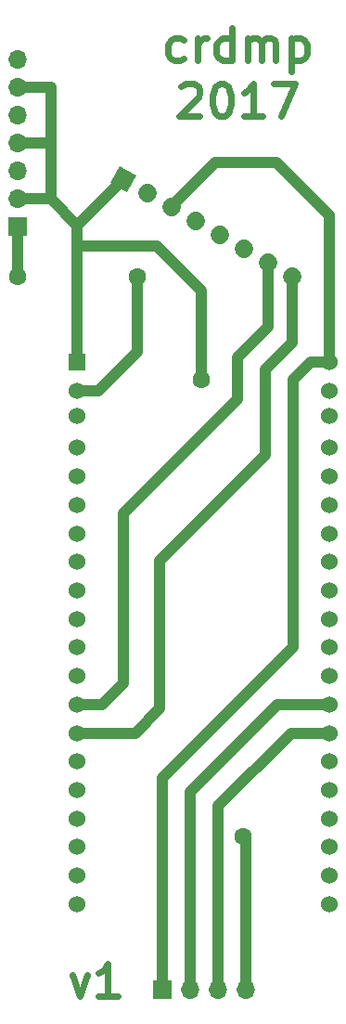
<source format=gbr>
G04 #@! TF.FileFunction,Copper,L1,Top,Signal*
%FSLAX46Y46*%
G04 Gerber Fmt 4.6, Leading zero omitted, Abs format (unit mm)*
G04 Created by KiCad (PCBNEW 4.0.5) date Tue Jan 10 23:49:49 2017*
%MOMM*%
%LPD*%
G01*
G04 APERTURE LIST*
%ADD10C,0.100000*%
%ADD11C,0.600000*%
%ADD12C,1.524000*%
%ADD13R,1.524000X1.524000*%
%ADD14C,1.700000*%
%ADD15R,1.700000X1.700000*%
%ADD16O,1.700000X1.700000*%
%ADD17C,1.600000*%
%ADD18C,1.000000*%
G04 APERTURE END LIST*
D10*
D11*
X71009143Y-152773143D02*
X71723429Y-154773143D01*
X72437715Y-152773143D01*
X75152000Y-154773143D02*
X73437715Y-154773143D01*
X74294857Y-154773143D02*
X74294857Y-151773143D01*
X74009143Y-152201714D01*
X73723429Y-152487429D01*
X73437715Y-152630286D01*
X81177428Y-69276286D02*
X80891714Y-69419143D01*
X80320285Y-69419143D01*
X80034571Y-69276286D01*
X79891714Y-69133429D01*
X79748857Y-68847714D01*
X79748857Y-67990571D01*
X79891714Y-67704857D01*
X80034571Y-67562000D01*
X80320285Y-67419143D01*
X80891714Y-67419143D01*
X81177428Y-67562000D01*
X82463143Y-69419143D02*
X82463143Y-67419143D01*
X82463143Y-67990571D02*
X82606000Y-67704857D01*
X82748857Y-67562000D01*
X83034571Y-67419143D01*
X83320286Y-67419143D01*
X85606000Y-69419143D02*
X85606000Y-66419143D01*
X85606000Y-69276286D02*
X85320286Y-69419143D01*
X84748857Y-69419143D01*
X84463143Y-69276286D01*
X84320286Y-69133429D01*
X84177429Y-68847714D01*
X84177429Y-67990571D01*
X84320286Y-67704857D01*
X84463143Y-67562000D01*
X84748857Y-67419143D01*
X85320286Y-67419143D01*
X85606000Y-67562000D01*
X87034572Y-69419143D02*
X87034572Y-67419143D01*
X87034572Y-67704857D02*
X87177429Y-67562000D01*
X87463143Y-67419143D01*
X87891715Y-67419143D01*
X88177429Y-67562000D01*
X88320286Y-67847714D01*
X88320286Y-69419143D01*
X88320286Y-67847714D02*
X88463143Y-67562000D01*
X88748857Y-67419143D01*
X89177429Y-67419143D01*
X89463143Y-67562000D01*
X89606000Y-67847714D01*
X89606000Y-69419143D01*
X91034572Y-67419143D02*
X91034572Y-70419143D01*
X91034572Y-67562000D02*
X91320286Y-67419143D01*
X91891715Y-67419143D01*
X92177429Y-67562000D01*
X92320286Y-67704857D01*
X92463143Y-67990571D01*
X92463143Y-68847714D01*
X92320286Y-69133429D01*
X92177429Y-69276286D01*
X91891715Y-69419143D01*
X91320286Y-69419143D01*
X91034572Y-69276286D01*
X80963143Y-71804857D02*
X81106000Y-71662000D01*
X81391714Y-71519143D01*
X82106000Y-71519143D01*
X82391714Y-71662000D01*
X82534571Y-71804857D01*
X82677428Y-72090571D01*
X82677428Y-72376286D01*
X82534571Y-72804857D01*
X80820285Y-74519143D01*
X82677428Y-74519143D01*
X84534571Y-71519143D02*
X84820286Y-71519143D01*
X85106000Y-71662000D01*
X85248857Y-71804857D01*
X85391714Y-72090571D01*
X85534571Y-72662000D01*
X85534571Y-73376286D01*
X85391714Y-73947714D01*
X85248857Y-74233429D01*
X85106000Y-74376286D01*
X84820286Y-74519143D01*
X84534571Y-74519143D01*
X84248857Y-74376286D01*
X84106000Y-74233429D01*
X83963143Y-73947714D01*
X83820286Y-73376286D01*
X83820286Y-72662000D01*
X83963143Y-72090571D01*
X84106000Y-71804857D01*
X84248857Y-71662000D01*
X84534571Y-71519143D01*
X88391714Y-74519143D02*
X86677429Y-74519143D01*
X87534571Y-74519143D02*
X87534571Y-71519143D01*
X87248857Y-71947714D01*
X86963143Y-72233429D01*
X86677429Y-72376286D01*
X89391714Y-71519143D02*
X91391714Y-71519143D01*
X90106000Y-74519143D01*
D12*
X94482920Y-146357340D03*
X94482920Y-143756380D03*
X94482920Y-141157960D03*
X94482920Y-138557000D03*
X94482920Y-135956040D03*
X94482920Y-133357620D03*
X94482920Y-130756660D03*
X94482920Y-128155700D03*
X94482920Y-125557280D03*
X94482920Y-122956320D03*
X94482920Y-120357900D03*
X94482920Y-117756940D03*
X94482920Y-115155980D03*
X94482920Y-112557560D03*
X94482920Y-109956600D03*
X94482920Y-107355640D03*
X94482920Y-104757220D03*
X94482920Y-101846380D03*
X94482920Y-99557840D03*
X94482920Y-96956880D03*
D13*
X71483220Y-96956880D03*
D12*
X71483220Y-99557840D03*
X71483220Y-101846380D03*
X71483220Y-104757220D03*
X71483220Y-107355640D03*
X71483220Y-109956600D03*
X71483220Y-112557560D03*
X71483220Y-115155980D03*
X71483220Y-117756940D03*
X71483220Y-120357900D03*
X71483220Y-122956320D03*
X71483220Y-125557280D03*
X71483220Y-128155700D03*
X71483220Y-130756660D03*
X71483220Y-133357620D03*
X71483220Y-135956040D03*
X71483220Y-138557000D03*
X71483220Y-141157960D03*
X71483220Y-143756380D03*
X71483220Y-146357340D03*
D10*
G36*
X76003122Y-81425122D02*
X74530878Y-80575122D01*
X75380878Y-79102878D01*
X76853122Y-79952878D01*
X76003122Y-81425122D01*
X76003122Y-81425122D01*
G37*
D14*
X77891705Y-81534000D02*
X77891705Y-81534000D01*
X80091409Y-82804000D02*
X80091409Y-82804000D01*
X82291114Y-84074000D02*
X82291114Y-84074000D01*
X84490818Y-85344000D02*
X84490818Y-85344000D01*
X86690523Y-86614000D02*
X86690523Y-86614000D01*
X88890227Y-87884000D02*
X88890227Y-87884000D01*
X91089932Y-89154000D02*
X91089932Y-89154000D01*
D15*
X79248000Y-154178000D03*
D16*
X81788000Y-154178000D03*
X84328000Y-154178000D03*
X86868000Y-154178000D03*
D15*
X66040000Y-84582000D03*
D16*
X66040000Y-82042000D03*
X66040000Y-79502000D03*
X66040000Y-76962000D03*
X66040000Y-74422000D03*
X66040000Y-71882000D03*
X66040000Y-69342000D03*
D17*
X86614000Y-140208000D03*
X82804000Y-98552000D03*
X76962000Y-89154000D03*
X66040000Y-89154000D03*
D18*
X84328000Y-154178000D02*
X84328000Y-137414000D01*
X90985340Y-130756660D02*
X94482920Y-130756660D01*
X84328000Y-137414000D02*
X90985340Y-130756660D01*
X81788000Y-154178000D02*
X81788000Y-136144000D01*
X89776300Y-128155700D02*
X94482920Y-128155700D01*
X81788000Y-136144000D02*
X89776300Y-128155700D01*
X79248000Y-154178000D02*
X79248000Y-134874000D01*
X92781120Y-96956880D02*
X94482920Y-96956880D01*
X91186000Y-98552000D02*
X92781120Y-96956880D01*
X91186000Y-122936000D02*
X91186000Y-98552000D01*
X79248000Y-134874000D02*
X91186000Y-122936000D01*
X80091409Y-82804000D02*
X80091409Y-82722591D01*
X80091409Y-82722591D02*
X84074000Y-78740000D01*
X84074000Y-78740000D02*
X89662000Y-78740000D01*
X89662000Y-78740000D02*
X94482920Y-83560920D01*
X94482920Y-83560920D02*
X94482920Y-96956880D01*
X71483220Y-86360000D02*
X78740000Y-86360000D01*
X86868000Y-140462000D02*
X86868000Y-154178000D01*
X86614000Y-140208000D02*
X86868000Y-140462000D01*
X82804000Y-90424000D02*
X82804000Y-98552000D01*
X78740000Y-86360000D02*
X82804000Y-90424000D01*
X69088000Y-76962000D02*
X69088000Y-71882000D01*
X69088000Y-71882000D02*
X66040000Y-71882000D01*
X66040000Y-76962000D02*
X69088000Y-76962000D01*
X69052440Y-76997560D02*
X69052440Y-82042000D01*
X69088000Y-76962000D02*
X69052440Y-76997560D01*
X66040000Y-82042000D02*
X69052440Y-82042000D01*
X69052440Y-82042000D02*
X71483220Y-84472780D01*
X71483220Y-96956880D02*
X71483220Y-86360000D01*
X71483220Y-86360000D02*
X71483220Y-84472780D01*
X71483220Y-84472780D02*
X75692000Y-80264000D01*
X66040000Y-84582000D02*
X66040000Y-89154000D01*
X73416160Y-99557840D02*
X71483220Y-99557840D01*
X76962000Y-96012000D02*
X73416160Y-99557840D01*
X76962000Y-89154000D02*
X76962000Y-96012000D01*
X88890227Y-87884000D02*
X88890227Y-93735773D01*
X73774300Y-128155700D02*
X71483220Y-128155700D01*
X75692000Y-126238000D02*
X73774300Y-128155700D01*
X75692000Y-110744000D02*
X75692000Y-126238000D01*
X86106000Y-100330000D02*
X75692000Y-110744000D01*
X86106000Y-96520000D02*
X86106000Y-100330000D01*
X88890227Y-93735773D02*
X86106000Y-96520000D01*
X71483220Y-128155700D02*
X71996300Y-128155700D01*
X91089932Y-89154000D02*
X91089932Y-95153932D01*
X76761340Y-130756660D02*
X71483220Y-130756660D01*
X78994000Y-128524000D02*
X76761340Y-130756660D01*
X78994000Y-115062000D02*
X78994000Y-128524000D01*
X88646000Y-105410000D02*
X78994000Y-115062000D01*
X88646000Y-97597864D02*
X88646000Y-105410000D01*
X91089932Y-95153932D02*
X88646000Y-97597864D01*
M02*

</source>
